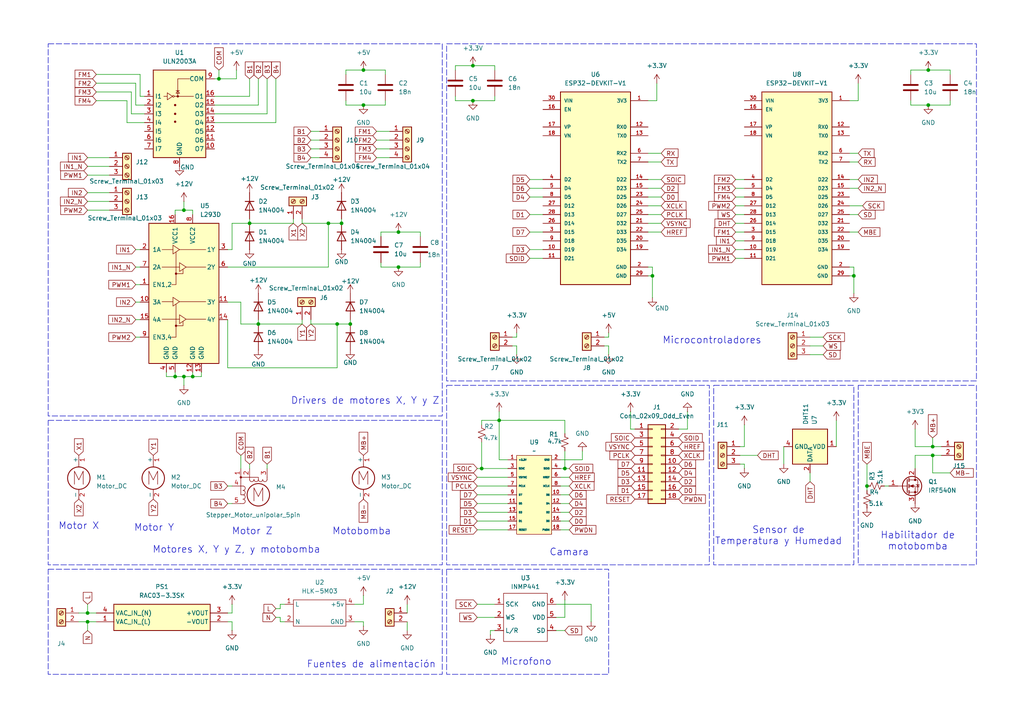
<source format=kicad_sch>
(kicad_sch (version 20250114) (generator "eeschema") (generator_version "9.0")
  (paper "A4")
  (title_block (title "Proyecto de DIIN"))
  (text "Fuentes de alimentación" (at 107.696 192.786 0) (effects (font (size 2 2))))
  (text "Motor Y\n" (at 44.704 153.162 0) (effects (font (size 2 2))))
  (text "Motobomba" (at 104.902 154.178 0) (effects (font (size 2 2))))
  (text "Motor X" (at 22.86 152.654 0) (effects (font (size 2 2))))
  (text "Microfono" (at 152.654 192.024 0) (effects (font (size 2 2))))
  (text "Camara" (at 165.1 160.274 0) (effects (font (size 2 2))))
  (text "Drivers de motores X, Y y Z" (at 105.918 116.332 0) (effects (font (size 2 2))))
  (text "Motores X, Y y Z, y motobomba" (at 68.58 159.512 0) (effects (font (size 2 2))))
  (text "Habilitador de\nmotobomba" (at 266.192 156.972 0) (effects (font (size 2 2))))
  (text "Microcontroladores" (at 206.502 98.806 0) (effects (font (size 2 2))))
  (text "Sensor de\nTemperatura y Humedad" (at 225.806 155.448 0) (effects (font (size 2 2))))
  (text "Motor Z" (at 73.152 154.178 0) (effects (font (size 2 2))))
  (text_box "" (at 207.01 111.76 0) (size 40.64 52.07) (margins 0.9525 0.9525 0.9525 0.9525) (stroke (width 0) (type dash)) (effects (font (size 1.27 1.27)) (justify left top)))
  (text_box "" (at 13.97 121.92 0) (size 114.3 41.91) (margins 0.9525 0.9525 0.9525 0.9525) (stroke (width 0) (type dash)) (effects (font (size 1.27 1.27)) (justify left top)))
  (text_box "" (at 129.54 12.7 0) (size 153.67 97.79) (margins 0.9525 0.9525 0.9525 0.9525) (stroke (width 0) (type dash)) (effects (font (size 1.27 1.27)) (justify left top)))
  (text_box "" (at 248.92 111.76 0) (size 34.29 52.07) (margins 0.9525 0.9525 0.9525 0.9525) (stroke (width 0) (type dash)) (effects (font (size 1.27 1.27)) (justify left top)))
  (text_box "" (at 13.97 165.1 0) (size 114.3 30.48) (margins 0.9525 0.9525 0.9525 0.9525) (stroke (width 0) (type dash)) (effects (font (size 1.27 1.27)) (justify left top)))
  (text_box "" (at 129.54 165.1 0) (size 46.99 30.48) (margins 0.9525 0.9525 0.9525 0.9525) (stroke (width 0) (type dash)) (effects (font (size 1.27 1.27)) (justify left top)))
  (text_box "" (at 129.54 111.76 0) (size 76.2 52.07) (margins 0.9525 0.9525 0.9525 0.9525) (stroke (width 0) (type dash)) (effects (font (size 1.27 1.27)) (justify left top)))
  (text_box "" (at 13.97 12.7 0) (size 114.3 107.95) (margins 0.9525 0.9525 0.9525 0.9525) (stroke (width 0) (type dash)) (effects (font (size 1.27 1.27)) (justify left top)))
  (junction (at 105.41 30.48))
  (junction (at 137.16 29.21))
  (junction (at 25.4 177.8))
  (junction (at 269.24 20.32))
  (junction (at 97.79 93.98))
  (junction (at 115.57 77.47))
  (junction (at 72.39 64.77))
  (junction (at 247.65 80.01))
  (junction (at 101.6 93.98))
  (junction (at 163.83 135.89))
  (junction (at 50.8 109.22))
  (junction (at 55.88 109.22))
  (junction (at 269.24 30.48))
  (junction (at 115.57 67.31))
  (junction (at 189.23 80.01))
  (junction (at 105.41 20.32))
  (junction (at 137.16 19.05))
  (junction (at 139.7 135.89))
  (junction (at 144.78 121.92))
  (junction (at 25.4 180.34))
  (junction (at 53.34 60.96))
  (junction (at 74.93 93.98))
  (junction (at 95.25 64.77))
  (junction (at 99.06 64.77))
  (junction (at 251.46 140.97))
  (junction (at 53.34 109.22))
  (junction (at 270.51 129.54))
  (junction (at 63.5 22.86))
  (junction (at 270.51 132.08))
  (wire (pts (xy 215.9 123.19) (xy 215.9 129.54)))
  (wire (pts (xy 100.33 29.21) (xy 100.33 30.48)))
  (wire (pts (xy 162.56 143.51) (xy 165.1 143.51)))
  (wire (pts (xy 275.59 29.21) (xy 275.59 30.48)))
  (wire (pts (xy 147.32 133.35) (xy 144.78 133.35)))
  (wire (pts (xy 171.45 175.26) (xy 171.45 180.34)))
  (wire (pts (xy 270.51 137.16) (xy 270.51 132.08)))
  (wire (pts (xy 264.16 20.32) (xy 264.16 21.59)))
  (wire (pts (xy 199.39 124.46) (xy 196.85 124.46)))
  (wire (pts (xy 187.96 46.99) (xy 191.77 46.99)))
  (wire (pts (xy 234.95 137.16) (xy 234.95 139.7)))
  (wire (pts (xy 176.53 97.79) (xy 176.53 96.52)))
  (wire (pts (xy 163.83 130.81) (xy 163.83 135.89)))
  (wire (pts (xy 25.4 45.72) (xy 31.75 45.72)))
  (wire (pts (xy 110.49 67.31) (xy 110.49 68.58)))
  (wire (pts (xy 175.26 100.33) (xy 176.53 100.33)))
  (wire (pts (xy 248.92 24.13) (xy 248.92 29.21)))
  (wire (pts (xy 275.59 30.48) (xy 269.24 30.48)))
  (wire (pts (xy 53.34 109.22) (xy 55.88 109.22)))
  (wire (pts (xy 138.43 138.43) (xy 147.32 138.43)))
  (wire (pts (xy 72.39 134.62) (xy 72.39 135.89)))
  (wire (pts (xy 25.4 58.42) (xy 31.75 58.42)))
  (wire (pts (xy 138.43 140.97) (xy 147.32 140.97)))
  (wire (pts (xy 97.79 106.68) (xy 97.79 93.98)))
  (wire (pts (xy 80.01 179.07) (xy 81.28 179.07)))
  (wire (pts (xy 77.47 33.02) (xy 62.23 33.02)))
  (wire (pts (xy 184.15 124.46) (xy 182.88 124.46)))
  (wire (pts (xy 246.38 44.45) (xy 248.92 44.45)))
  (wire (pts (xy 41.91 33.02) (xy 38.1 33.02)))
  (wire (pts (xy 39.37 87.63) (xy 40.64 87.63)))
  (wire (pts (xy 215.9 62.23) (xy 213.36 62.23)))
  (wire (pts (xy 77.47 22.86) (xy 77.47 33.02)))
  (wire (pts (xy 132.08 19.05) (xy 137.16 19.05)))
  (wire (pts (xy 215.9 134.62) (xy 215.9 135.89)))
  (wire (pts (xy 39.37 97.79) (xy 40.64 97.79)))
  (wire (pts (xy 66.04 87.63) (xy 69.85 87.63)))
  (wire (pts (xy 109.22 45.72) (xy 113.03 45.72)))
  (wire (pts (xy 153.67 57.15) (xy 157.48 57.15)))
  (wire (pts (xy 187.96 67.31) (xy 191.77 67.31)))
  (wire (pts (xy 247.65 77.47) (xy 247.65 80.01)))
  (wire (pts (xy 213.36 54.61) (xy 215.9 54.61)))
  (wire (pts (xy 36.83 29.21) (xy 27.94 29.21)))
  (wire (pts (xy 213.36 67.31) (xy 215.9 67.31)))
  (wire (pts (xy 275.59 137.16) (xy 270.51 137.16)))
  (wire (pts (xy 22.86 177.8) (xy 25.4 177.8)))
  (wire (pts (xy 67.31 72.39) (xy 67.31 64.77)))
  (wire (pts (xy 175.26 97.79) (xy 176.53 97.79)))
  (wire (pts (xy 38.1 33.02) (xy 38.1 26.67)))
  (wire (pts (xy 109.22 40.64) (xy 113.03 40.64)))
  (wire (pts (xy 162.56 135.89) (xy 163.83 135.89)))
  (wire (pts (xy 187.96 44.45) (xy 191.77 44.45)))
  (wire (pts (xy 187.96 80.01) (xy 189.23 80.01)))
  (wire (pts (xy 149.86 97.79) (xy 149.86 96.52)))
  (wire (pts (xy 270.51 127) (xy 270.51 129.54)))
  (wire (pts (xy 40.64 21.59) (xy 40.64 27.94)))
  (wire (pts (xy 143.51 27.94) (xy 143.51 29.21)))
  (wire (pts (xy 72.39 64.77) (xy 85.09 64.77)))
  (wire (pts (xy 105.41 20.32) (xy 100.33 20.32)))
  (wire (pts (xy 25.4 50.8) (xy 31.75 50.8)))
  (wire (pts (xy 90.17 38.1) (xy 92.71 38.1)))
  (wire (pts (xy 95.25 77.47) (xy 95.25 64.77)))
  (wire (pts (xy 25.4 55.88) (xy 31.75 55.88)))
  (wire (pts (xy 118.11 175.26) (xy 118.11 177.8)))
  (wire (pts (xy 90.17 92.71) (xy 90.17 93.98)))
  (wire (pts (xy 72.39 63.5) (xy 72.39 64.77)))
  (wire (pts (xy 132.08 19.05) (xy 132.08 20.32)))
  (wire (pts (xy 100.33 30.48) (xy 105.41 30.48)))
  (wire (pts (xy 66.04 106.68) (xy 97.79 106.68)))
  (wire (pts (xy 90.17 45.72) (xy 92.71 45.72)))
  (wire (pts (xy 39.37 92.71) (xy 40.64 92.71)))
  (wire (pts (xy 138.43 175.26) (xy 143.51 175.26)))
  (wire (pts (xy 87.63 63.5) (xy 87.63 64.77)))
  (wire (pts (xy 247.65 80.01) (xy 247.65 85.09)))
  (wire (pts (xy 187.96 77.47) (xy 189.23 77.47)))
  (wire (pts (xy 163.83 121.92) (xy 144.78 121.92)))
  (wire (pts (xy 100.33 20.32) (xy 100.33 21.59)))
  (wire (pts (xy 111.76 30.48) (xy 105.41 30.48)))
  (wire (pts (xy 187.96 64.77) (xy 191.77 64.77)))
  (wire (pts (xy 144.78 121.92) (xy 139.7 121.92)))
  (wire (pts (xy 55.88 62.23) (xy 55.88 60.96)))
  (wire (pts (xy 121.92 77.47) (xy 115.57 77.47)))
  (wire (pts (xy 68.58 22.86) (xy 63.5 22.86)))
  (wire (pts (xy 246.38 29.21) (xy 248.92 29.21)))
  (wire (pts (xy 187.96 57.15) (xy 191.77 57.15)))
  (wire (pts (xy 162.56 151.13) (xy 165.1 151.13)))
  (wire (pts (xy 265.43 132.08) (xy 270.51 132.08)))
  (wire (pts (xy 161.29 175.26) (xy 171.45 175.26)))
  (wire (pts (xy 39.37 24.13) (xy 27.94 24.13)))
  (wire (pts (xy 251.46 140.97) (xy 251.46 142.24)))
  (wire (pts (xy 74.93 92.71) (xy 74.93 93.98)))
  (wire (pts (xy 190.5 24.13) (xy 190.5 29.21)))
  (wire (pts (xy 187.96 59.69) (xy 191.77 59.69)))
  (wire (pts (xy 162.56 148.59) (xy 165.1 148.59)))
  (wire (pts (xy 162.56 133.35) (xy 168.91 133.35)))
  (wire (pts (xy 81.28 176.53) (xy 81.28 175.26)))
  (wire (pts (xy 69.85 132.08) (xy 69.85 135.89)))
  (wire (pts (xy 265.43 124.46) (xy 265.43 129.54)))
  (wire (pts (xy 264.16 30.48) (xy 269.24 30.48)))
  (wire (pts (xy 138.43 135.89) (xy 139.7 135.89)))
  (wire (pts (xy 153.67 72.39) (xy 157.48 72.39)))
  (wire (pts (xy 162.56 138.43) (xy 165.1 138.43)))
  (wire (pts (xy 149.86 100.33) (xy 149.86 102.87)))
  (wire (pts (xy 38.1 26.67) (xy 27.94 26.67)))
  (wire (pts (xy 215.9 72.39) (xy 213.36 72.39)))
  (wire (pts (xy 80.01 35.56) (xy 62.23 35.56)))
  (wire (pts (xy 121.92 68.58) (xy 121.92 67.31)))
  (wire (pts (xy 69.85 87.63) (xy 69.85 93.98)))
  (wire (pts (xy 27.94 21.59) (xy 40.64 21.59)))
  (wire (pts (xy 115.57 67.31) (xy 110.49 67.31)))
  (wire (pts (xy 132.08 27.94) (xy 132.08 29.21)))
  (wire (pts (xy 63.5 22.86) (xy 62.23 22.86)))
  (wire (pts (xy 246.38 80.01) (xy 247.65 80.01)))
  (wire (pts (xy 68.58 20.32) (xy 68.58 22.86)))
  (wire (pts (xy 148.59 100.33) (xy 149.86 100.33)))
  (wire (pts (xy 138.43 146.05) (xy 147.32 146.05)))
  (wire (pts (xy 95.25 64.77) (xy 99.06 64.77)))
  (wire (pts (xy 214.63 132.08) (xy 219.71 132.08)))
  (wire (pts (xy 105.41 181.61) (xy 105.41 180.34)))
  (wire (pts (xy 234.95 102.87) (xy 238.76 102.87)))
  (wire (pts (xy 163.83 121.92) (xy 163.83 125.73)))
  (wire (pts (xy 90.17 43.18) (xy 92.71 43.18)))
  (wire (pts (xy 161.29 179.07) (xy 163.83 179.07)))
  (wire (pts (xy 246.38 52.07) (xy 248.92 52.07)))
  (wire (pts (xy 153.67 54.61) (xy 157.48 54.61)))
  (wire (pts (xy 190.5 29.21) (xy 187.96 29.21)))
  (wire (pts (xy 273.05 129.54) (xy 270.51 129.54)))
  (wire (pts (xy 246.38 62.23) (xy 248.92 62.23)))
  (wire (pts (xy 187.96 62.23) (xy 191.77 62.23)))
  (wire (pts (xy 162.56 140.97) (xy 165.1 140.97)))
  (wire (pts (xy 81.28 179.07) (xy 81.28 180.34)))
  (wire (pts (xy 66.04 77.47) (xy 95.25 77.47)))
  (wire (pts (xy 242.57 121.92) (xy 242.57 129.54)))
  (wire (pts (xy 168.91 133.35) (xy 168.91 130.81)))
  (wire (pts (xy 137.16 19.05) (xy 143.51 19.05)))
  (wire (pts (xy 132.08 29.21) (xy 137.16 29.21)))
  (wire (pts (xy 213.36 52.07) (xy 215.9 52.07)))
  (wire (pts (xy 138.43 151.13) (xy 147.32 151.13)))
  (wire (pts (xy 22.86 180.34) (xy 25.4 180.34)))
  (wire (pts (xy 264.16 29.21) (xy 264.16 30.48)))
  (wire (pts (xy 74.93 30.48) (xy 62.23 30.48)))
  (wire (pts (xy 138.43 143.51) (xy 147.32 143.51)))
  (wire (pts (xy 105.41 180.34) (xy 102.87 180.34)))
  (wire (pts (xy 53.34 60.96) (xy 50.8 60.96)))
  (wire (pts (xy 53.34 109.22) (xy 53.34 111.76)))
  (wire (pts (xy 163.83 179.07) (xy 163.83 173.99)))
  (wire (pts (xy 139.7 128.27) (xy 139.7 135.89)))
  (wire (pts (xy 227.33 134.62) (xy 227.33 129.54)))
  (wire (pts (xy 189.23 80.01) (xy 189.23 86.36)))
  (wire (pts (xy 25.4 60.96) (xy 31.75 60.96)))
  (wire (pts (xy 36.83 35.56) (xy 36.83 29.21)))
  (wire (pts (xy 256.54 140.97) (xy 257.81 140.97)))
  (wire (pts (xy 50.8 60.96) (xy 50.8 62.23)))
  (wire (pts (xy 55.88 60.96) (xy 53.34 60.96)))
  (wire (pts (xy 191.77 52.07) (xy 187.96 52.07)))
  (wire (pts (xy 39.37 77.47) (xy 40.64 77.47)))
  (wire (pts (xy 90.17 40.64) (xy 92.71 40.64)))
  (wire (pts (xy 85.09 63.5) (xy 85.09 64.77)))
  (wire (pts (xy 246.38 54.61) (xy 248.92 54.61)))
  (wire (pts (xy 67.31 180.34) (xy 67.31 182.88)))
  (wire (pts (xy 77.47 134.62) (xy 77.47 135.89)))
  (wire (pts (xy 215.9 64.77) (xy 213.36 64.77)))
  (wire (pts (xy 105.41 175.26) (xy 105.41 172.72)))
  (wire (pts (xy 246.38 46.99) (xy 248.92 46.99)))
  (wire (pts (xy 270.51 129.54) (xy 265.43 129.54)))
  (wire (pts (xy 234.95 100.33) (xy 238.76 100.33)))
  (wire (pts (xy 58.42 109.22) (xy 58.42 107.95)))
  (wire (pts (xy 143.51 29.21) (xy 137.16 29.21)))
  (wire (pts (xy 41.91 35.56) (xy 36.83 35.56)))
  (wire (pts (xy 81.28 175.26) (xy 82.55 175.26)))
  (wire (pts (xy 55.88 107.95) (xy 55.88 109.22)))
  (wire (pts (xy 269.24 20.32) (xy 275.59 20.32)))
  (wire (pts (xy 215.9 69.85) (xy 213.36 69.85)))
  (wire (pts (xy 246.38 67.31) (xy 248.92 67.31)))
  (wire (pts (xy 25.4 175.26) (xy 25.4 177.8)))
  (wire (pts (xy 87.63 92.71) (xy 87.63 93.98)))
  (wire (pts (xy 39.37 82.55) (xy 40.64 82.55)))
  (wire (pts (xy 55.88 109.22) (xy 58.42 109.22)))
  (wire (pts (xy 162.56 153.67) (xy 165.1 153.67)))
  (wire (pts (xy 144.78 119.38) (xy 144.78 121.92)))
  (wire (pts (xy 39.37 72.39) (xy 40.64 72.39)))
  (wire (pts (xy 39.37 30.48) (xy 39.37 24.13)))
  (wire (pts (xy 157.48 62.23) (xy 153.67 62.23)))
  (wire (pts (xy 246.38 77.47) (xy 247.65 77.47)))
  (wire (pts (xy 109.22 43.18) (xy 113.03 43.18)))
  (wire (pts (xy 109.22 38.1) (xy 113.03 38.1)))
  (wire (pts (xy 143.51 182.88) (xy 142.24 182.88)))
  (wire (pts (xy 25.4 48.26) (xy 31.75 48.26)))
  (wire (pts (xy 66.04 92.71) (xy 66.04 106.68)))
  (wire (pts (xy 72.39 22.86) (xy 72.39 27.94)))
  (wire (pts (xy 48.26 109.22) (xy 50.8 109.22)))
  (wire (pts (xy 162.56 146.05) (xy 165.1 146.05)))
  (wire (pts (xy 182.88 119.38) (xy 182.88 124.46)))
  (wire (pts (xy 74.93 22.86) (xy 74.93 30.48)))
  (wire (pts (xy 66.04 140.97) (xy 67.31 140.97)))
  (wire (pts (xy 213.36 57.15) (xy 215.9 57.15)))
  (wire (pts (xy 111.76 29.21) (xy 111.76 30.48)))
  (wire (pts (xy 148.59 97.79) (xy 149.86 97.79)))
  (wire (pts (xy 163.83 135.89) (xy 165.1 135.89)))
  (wire (pts (xy 80.01 22.86) (xy 80.01 35.56)))
  (wire (pts (xy 53.34 58.42) (xy 53.34 60.96)))
  (wire (pts (xy 264.16 20.32) (xy 269.24 20.32)))
  (wire (pts (xy 110.49 77.47) (xy 115.57 77.47)))
  (wire (pts (xy 142.24 182.88) (xy 142.24 184.15)))
  (wire (pts (xy 105.41 20.32) (xy 111.76 20.32)))
  (wire (pts (xy 138.43 148.59) (xy 147.32 148.59)))
  (wire (pts (xy 275.59 21.59) (xy 275.59 20.32)))
  (wire (pts (xy 143.51 20.32) (xy 143.51 19.05)))
  (wire (pts (xy 25.4 180.34) (xy 27.94 180.34)))
  (wire (pts (xy 214.63 129.54) (xy 215.9 129.54)))
  (wire (pts (xy 50.8 109.22) (xy 53.34 109.22)))
  (wire (pts (xy 138.43 153.67) (xy 147.32 153.67)))
  (wire (pts (xy 69.85 93.98) (xy 74.93 93.98)))
  (wire (pts (xy 153.67 74.93) (xy 157.48 74.93)))
  (wire (pts (xy 139.7 135.89) (xy 147.32 135.89)))
  (wire (pts (xy 270.51 132.08) (xy 273.05 132.08)))
  (wire (pts (xy 144.78 121.92) (xy 144.78 133.35)))
  (wire (pts (xy 139.7 121.92) (xy 139.7 123.19)))
  (wire (pts (xy 250.19 59.69) (xy 246.38 59.69)))
  (wire (pts (xy 214.63 134.62) (xy 215.9 134.62)))
  (wire (pts (xy 215.9 74.93) (xy 213.36 74.93)))
  (wire (pts (xy 67.31 64.77) (xy 72.39 64.77)))
  (wire (pts (xy 90.17 93.98) (xy 97.79 93.98)))
  (wire (pts (xy 251.46 134.62) (xy 251.46 140.97)))
  (wire (pts (xy 72.39 27.94) (xy 62.23 27.94)))
  (wire (pts (xy 199.39 119.38) (xy 199.39 124.46)))
  (wire (pts (xy 102.87 175.26) (xy 105.41 175.26)))
  (wire (pts (xy 48.26 107.95) (xy 48.26 109.22)))
  (wire (pts (xy 138.43 179.07) (xy 143.51 179.07)))
  (wire (pts (xy 187.96 54.61) (xy 191.77 54.61)))
  (wire (pts (xy 110.49 76.2) (xy 110.49 77.47)))
  (wire (pts (xy 25.4 177.8) (xy 27.94 177.8)))
  (wire (pts (xy 66.04 177.8) (xy 67.31 177.8)))
  (wire (pts (xy 50.8 107.95) (xy 50.8 109.22)))
  (wire (pts (xy 25.4 180.34) (xy 25.4 182.88)))
  (wire (pts (xy 87.63 64.77) (xy 95.25 64.77)))
  (wire (pts (xy 153.67 67.31) (xy 157.48 67.31)))
  (wire (pts (xy 40.64 27.94) (xy 41.91 27.94)))
  (wire (pts (xy 41.91 30.48) (xy 39.37 30.48)))
  (wire (pts (xy 265.43 135.89) (xy 265.43 132.08)))
  (wire (pts (xy 99.06 63.5) (xy 99.06 64.77)))
  (wire (pts (xy 67.31 177.8) (xy 67.31 175.26)))
  (wire (pts (xy 121.92 76.2) (xy 121.92 77.47)))
  (wire (pts (xy 66.04 72.39) (xy 67.31 72.39)))
  (wire (pts (xy 81.28 180.34) (xy 82.55 180.34)))
  (wire (pts (xy 97.79 93.98) (xy 101.6 93.98)))
  (wire (pts (xy 153.67 52.07) (xy 157.48 52.07)))
  (wire (pts (xy 161.29 182.88) (xy 163.83 182.88)))
  (wire (pts (xy 63.5 20.32) (xy 63.5 22.86)))
  (wire (pts (xy 80.01 176.53) (xy 81.28 176.53)))
  (wire (pts (xy 101.6 92.71) (xy 101.6 93.98)))
  (wire (pts (xy 176.53 100.33) (xy 176.53 102.87)))
  (wire (pts (xy 189.23 77.47) (xy 189.23 80.01)))
  (wire (pts (xy 234.95 97.79) (xy 238.76 97.79)))
  (wire (pts (xy 115.57 67.31) (xy 121.92 67.31)))
  (wire (pts (xy 74.93 93.98) (xy 87.63 93.98)))
  (wire (pts (xy 215.9 59.69) (xy 213.36 59.69)))
  (wire (pts (xy 66.04 146.05) (xy 67.31 146.05)))
  (wire (pts (xy 66.04 180.34) (xy 67.31 180.34)))
  (wire (pts (xy 111.76 21.59) (xy 111.76 20.32)))
  (wire (pts (xy 118.11 180.34) (xy 118.11 182.88)))
  (global_label "D2" (shape input) (at 165.1 148.59 0) (property "Intersheetrefs" "${INTERSHEET_REFS}" (effects (hide yes))))
  (global_label "B2" (shape input) (at 72.39 134.62 90) (property "Intersheetrefs" "${INTERSHEET_REFS}" (effects (hide yes))))
  (global_label "SD" (shape input) (at 248.92 62.23 0) (property "Intersheetrefs" "${INTERSHEET_REFS}" (effects (hide yes))))
  (global_label "MB-" (shape input) (at 105.41 144.78 270) (property "Intersheetrefs" "${INTERSHEET_REFS}" (effects (hide yes))))
  (global_label "PWM2" (shape input) (at 25.4 60.96 180) (property "Intersheetrefs" "${INTERSHEET_REFS}" (effects (hide yes))))
  (global_label "MBE" (shape input) (at 248.92 67.31 0) (property "Intersheetrefs" "${INTERSHEET_REFS}" (effects (hide yes))))
  (global_label "X1" (shape input) (at 22.86 132.08 90) (property "Intersheetrefs" "${INTERSHEET_REFS}" (effects (hide yes))))
  (global_label "L" (shape input) (at 25.4 175.26 90) (property "Intersheetrefs" "${INTERSHEET_REFS}" (effects (hide yes))))
  (global_label "SOIC" (shape input) (at 191.77 52.07 0) (property "Intersheetrefs" "${INTERSHEET_REFS}" (effects (hide yes))))
  (global_label "D5" (shape input) (at 184.15 137.16 180) (property "Intersheetrefs" "${INTERSHEET_REFS}" (effects (hide yes))))
  (global_label "B4" (shape input) (at 66.04 146.05 180) (property "Intersheetrefs" "${INTERSHEET_REFS}" (effects (hide yes))))
  (global_label "D7" (shape input) (at 184.15 134.62 180) (property "Intersheetrefs" "${INTERSHEET_REFS}" (effects (hide yes))))
  (global_label "D6" (shape input) (at 196.85 134.62 0) (property "Intersheetrefs" "${INTERSHEET_REFS}" (effects (hide yes))))
  (global_label "RX" (shape input) (at 191.77 44.45 0) (property "Intersheetrefs" "${INTERSHEET_REFS}" (effects (hide yes))))
  (global_label "D0" (shape input) (at 191.77 57.15 0) (property "Intersheetrefs" "${INTERSHEET_REFS}" (effects (hide yes))))
  (global_label "D2" (shape input) (at 191.77 54.61 0) (property "Intersheetrefs" "${INTERSHEET_REFS}" (effects (hide yes))))
  (global_label "D3" (shape input) (at 184.15 139.7 180) (property "Intersheetrefs" "${INTERSHEET_REFS}" (effects (hide yes))))
  (global_label "D2" (shape input) (at 196.85 139.7 0) (property "Intersheetrefs" "${INTERSHEET_REFS}" (effects (hide yes))))
  (global_label "N" (shape input) (at 25.4 182.88 270) (property "Intersheetrefs" "${INTERSHEET_REFS}" (effects (hide yes))))
  (global_label "D4" (shape input) (at 165.1 146.05 0) (property "Intersheetrefs" "${INTERSHEET_REFS}" (effects (hide yes))))
  (global_label "B2" (shape input) (at 90.17 40.64 180) (property "Intersheetrefs" "${INTERSHEET_REFS}" (effects (hide yes))))
  (global_label "IN1" (shape input) (at 39.37 72.39 180) (property "Intersheetrefs" "${INTERSHEET_REFS}" (effects (hide yes))))
  (global_label "VSYNC" (shape input) (at 138.43 138.43 180) (property "Intersheetrefs" "${INTERSHEET_REFS}" (effects (hide yes))))
  (global_label "D0" (shape input) (at 165.1 151.13 0) (property "Intersheetrefs" "${INTERSHEET_REFS}" (effects (hide yes))))
  (global_label "FM2" (shape input) (at 213.36 52.07 180) (property "Intersheetrefs" "${INTERSHEET_REFS}" (effects (hide yes))))
  (global_label "MB+" (shape input) (at 270.51 127 90) (property "Intersheetrefs" "${INTERSHEET_REFS}" (effects (hide yes))))
  (global_label "D5" (shape input) (at 138.43 146.05 180) (property "Intersheetrefs" "${INTERSHEET_REFS}" (effects (hide yes))))
  (global_label "IN1" (shape input) (at 25.4 45.72 180) (property "Intersheetrefs" "${INTERSHEET_REFS}" (effects (hide yes))))
  (global_label "PCLK" (shape input) (at 138.43 140.97 180) (property "Intersheetrefs" "${INTERSHEET_REFS}" (effects (hide yes))))
  (global_label "SD" (shape input) (at 163.83 182.88 0) (property "Intersheetrefs" "${INTERSHEET_REFS}" (effects (hide yes))))
  (global_label "D6" (shape input) (at 165.1 143.51 0) (property "Intersheetrefs" "${INTERSHEET_REFS}" (effects (hide yes))))
  (global_label "D1" (shape input) (at 184.15 142.24 180) (property "Intersheetrefs" "${INTERSHEET_REFS}" (effects (hide yes))))
  (global_label "IN1_N" (shape input) (at 39.37 77.47 180) (property "Intersheetrefs" "${INTERSHEET_REFS}" (effects (hide yes))))
  (global_label "X1" (shape input) (at 85.09 64.77 270) (property "Intersheetrefs" "${INTERSHEET_REFS}" (effects (hide yes))))
  (global_label "COM" (shape input) (at 69.85 132.08 90) (property "Intersheetrefs" "${INTERSHEET_REFS}" (effects (hide yes))))
  (global_label "SOIC" (shape input) (at 184.15 127 180) (property "Intersheetrefs" "${INTERSHEET_REFS}" (effects (hide yes))))
  (global_label "B3" (shape input) (at 90.17 43.18 180) (property "Intersheetrefs" "${INTERSHEET_REFS}" (effects (hide yes))))
  (global_label "FM2" (shape input) (at 27.94 24.13 180) (property "Intersheetrefs" "${INTERSHEET_REFS}" (effects (hide yes))))
  (global_label "D3" (shape input) (at 153.67 72.39 180) (property "Intersheetrefs" "${INTERSHEET_REFS}" (effects (hide yes))))
  (global_label "WS" (shape input) (at 138.43 179.07 180) (property "Intersheetrefs" "${INTERSHEET_REFS}" (effects (hide yes))))
  (global_label "SOIC" (shape input) (at 138.43 135.89 180) (property "Intersheetrefs" "${INTERSHEET_REFS}" (effects (hide yes))))
  (global_label "B4" (shape input) (at 80.01 22.86 90) (property "Intersheetrefs" "${INTERSHEET_REFS}" (effects (hide yes))))
  (global_label "IN2" (shape input) (at 25.4 55.88 180) (property "Intersheetrefs" "${INTERSHEET_REFS}" (effects (hide yes))))
  (global_label "RX" (shape input) (at 248.92 46.99 0) (property "Intersheetrefs" "${INTERSHEET_REFS}" (effects (hide yes))))
  (global_label "SOID" (shape input) (at 196.85 127 0) (property "Intersheetrefs" "${INTERSHEET_REFS}" (effects (hide yes))))
  (global_label "D1" (shape input) (at 153.67 62.23 180) (property "Intersheetrefs" "${INTERSHEET_REFS}" (effects (hide yes))))
  (global_label "MB-" (shape input) (at 275.59 137.16 0) (property "Intersheetrefs" "${INTERSHEET_REFS}" (effects (hide yes))))
  (global_label "PWM1" (shape input) (at 39.37 82.55 180) (property "Intersheetrefs" "${INTERSHEET_REFS}" (effects (hide yes))))
  (global_label "IN1_N" (shape input) (at 25.4 48.26 180) (property "Intersheetrefs" "${INTERSHEET_REFS}" (effects (hide yes))))
  (global_label "B1" (shape input) (at 77.47 134.62 90) (property "Intersheetrefs" "${INTERSHEET_REFS}" (effects (hide yes))))
  (global_label "COM" (shape input) (at 63.5 20.32 90) (property "Intersheetrefs" "${INTERSHEET_REFS}" (effects (hide yes))))
  (global_label "Y2" (shape input) (at 44.45 144.78 270) (property "Intersheetrefs" "${INTERSHEET_REFS}" (effects (hide yes))))
  (global_label "HREF" (shape input) (at 165.1 138.43 0) (property "Intersheetrefs" "${INTERSHEET_REFS}" (effects (hide yes))))
  (global_label "D3" (shape input) (at 138.43 148.59 180) (property "Intersheetrefs" "${INTERSHEET_REFS}" (effects (hide yes))))
  (global_label "VSYNC" (shape input) (at 184.15 129.54 180) (property "Intersheetrefs" "${INTERSHEET_REFS}" (effects (hide yes))))
  (global_label "SD" (shape input) (at 238.76 102.87 0) (property "Intersheetrefs" "${INTERSHEET_REFS}" (effects (hide yes))))
  (global_label "IN2_N" (shape input) (at 248.92 54.61 0) (property "Intersheetrefs" "${INTERSHEET_REFS}" (effects (hide yes))))
  (global_label "B1" (shape input) (at 90.17 38.1 180) (property "Intersheetrefs" "${INTERSHEET_REFS}" (effects (hide yes))))
  (global_label "FM1" (shape input) (at 109.22 38.1 180) (property "Intersheetrefs" "${INTERSHEET_REFS}" (effects (hide yes))))
  (global_label "MBE" (shape input) (at 251.46 134.62 90) (property "Intersheetrefs" "${INTERSHEET_REFS}" (effects (hide yes))))
  (global_label "B2" (shape input) (at 74.93 22.86 90) (property "Intersheetrefs" "${INTERSHEET_REFS}" (effects (hide yes))))
  (global_label "DHT" (shape input) (at 219.71 132.08 0) (property "Intersheetrefs" "${INTERSHEET_REFS}" (effects (hide yes))))
  (global_label "D4" (shape input) (at 196.85 137.16 0) (property "Intersheetrefs" "${INTERSHEET_REFS}" (effects (hide yes))))
  (global_label "X2" (shape input) (at 22.86 144.78 270) (property "Intersheetrefs" "${INTERSHEET_REFS}" (effects (hide yes))))
  (global_label "FM2" (shape input) (at 109.22 40.64 180) (property "Intersheetrefs" "${INTERSHEET_REFS}" (effects (hide yes))))
  (global_label "Y2" (shape input) (at 90.17 93.98 270) (property "Intersheetrefs" "${INTERSHEET_REFS}" (effects (hide yes))))
  (global_label "D4" (shape input) (at 153.67 57.15 180) (property "Intersheetrefs" "${INTERSHEET_REFS}" (effects (hide yes))))
  (global_label "RESET" (shape input) (at 138.43 153.67 180) (property "Intersheetrefs" "${INTERSHEET_REFS}" (effects (hide yes))))
  (global_label "SOID" (shape input) (at 153.67 74.93 180) (property "Intersheetrefs" "${INTERSHEET_REFS}" (effects (hide yes))))
  (global_label "FM3" (shape input) (at 27.94 26.67 180) (property "Intersheetrefs" "${INTERSHEET_REFS}" (effects (hide yes))))
  (global_label "VSYNC" (shape input) (at 191.77 64.77 0) (property "Intersheetrefs" "${INTERSHEET_REFS}" (effects (hide yes))))
  (global_label "IN2" (shape input) (at 248.92 52.07 0) (property "Intersheetrefs" "${INTERSHEET_REFS}" (effects (hide yes))))
  (global_label "HREF" (shape input) (at 196.85 129.54 0) (property "Intersheetrefs" "${INTERSHEET_REFS}" (effects (hide yes))))
  (global_label "X2" (shape input) (at 87.63 64.77 270) (property "Intersheetrefs" "${INTERSHEET_REFS}" (effects (hide yes))))
  (global_label "SCK" (shape input) (at 138.43 175.26 180) (property "Intersheetrefs" "${INTERSHEET_REFS}" (effects (hide yes))))
  (global_label "TX" (shape input) (at 191.77 46.99 0) (property "Intersheetrefs" "${INTERSHEET_REFS}" (effects (hide yes))))
  (global_label "FM1" (shape input) (at 213.36 67.31 180) (property "Intersheetrefs" "${INTERSHEET_REFS}" (effects (hide yes))))
  (global_label "B3" (shape input) (at 66.04 140.97 180) (property "Intersheetrefs" "${INTERSHEET_REFS}" (effects (hide yes))))
  (global_label "PCLK" (shape input) (at 191.77 62.23 0) (property "Intersheetrefs" "${INTERSHEET_REFS}" (effects (hide yes))))
  (global_label "IN1_N" (shape input) (at 213.36 72.39 180) (property "Intersheetrefs" "${INTERSHEET_REFS}" (effects (hide yes))))
  (global_label "HREF" (shape input) (at 191.77 67.31 0) (property "Intersheetrefs" "${INTERSHEET_REFS}" (effects (hide yes))))
  (global_label "SCK" (shape input) (at 250.19 59.69 0) (property "Intersheetrefs" "${INTERSHEET_REFS}" (effects (hide yes))))
  (global_label "N" (shape input) (at 80.01 179.07 180) (property "Intersheetrefs" "${INTERSHEET_REFS}" (effects (hide yes))))
  (global_label "DHT" (shape input) (at 213.36 64.77 180) (property "Intersheetrefs" "${INTERSHEET_REFS}" (effects (hide yes))))
  (global_label "XCLK" (shape input) (at 196.85 132.08 0) (property "Intersheetrefs" "${INTERSHEET_REFS}" (effects (hide yes))))
  (global_label "WS" (shape input) (at 213.36 62.23 180) (property "Intersheetrefs" "${INTERSHEET_REFS}" (effects (hide yes))))
  (global_label "D1" (shape input) (at 138.43 151.13 180) (property "Intersheetrefs" "${INTERSHEET_REFS}" (effects (hide yes))))
  (global_label "D7" (shape input) (at 153.67 67.31 180) (property "Intersheetrefs" "${INTERSHEET_REFS}" (effects (hide yes))))
  (global_label "Y1" (shape input) (at 44.45 132.08 90) (property "Intersheetrefs" "${INTERSHEET_REFS}" (effects (hide yes))))
  (global_label "IN2" (shape input) (at 39.37 87.63 180) (property "Intersheetrefs" "${INTERSHEET_REFS}" (effects (hide yes))))
  (global_label "IN2_N" (shape input) (at 25.4 58.42 180) (property "Intersheetrefs" "${INTERSHEET_REFS}" (effects (hide yes))))
  (global_label "D5" (shape input) (at 153.67 52.07 180) (property "Intersheetrefs" "${INTERSHEET_REFS}" (effects (hide yes))))
  (global_label "Y1" (shape input) (at 87.63 93.98 270) (property "Intersheetrefs" "${INTERSHEET_REFS}" (effects (hide yes))))
  (global_label "B3" (shape input) (at 77.47 22.86 90) (property "Intersheetrefs" "${INTERSHEET_REFS}" (effects (hide yes))))
  (global_label "TX" (shape input) (at 248.92 44.45 0) (property "Intersheetrefs" "${INTERSHEET_REFS}" (effects (hide yes))))
  (global_label "PCLK" (shape input) (at 184.15 132.08 180) (property "Intersheetrefs" "${INTERSHEET_REFS}" (effects (hide yes))))
  (global_label "FM1" (shape input) (at 27.94 21.59 180) (property "Intersheetrefs" "${INTERSHEET_REFS}" (effects (hide yes))))
  (global_label "XCLK" (shape input) (at 191.77 59.69 0) (property "Intersheetrefs" "${INTERSHEET_REFS}" (effects (hide yes))))
  (global_label "IN2_N" (shape input) (at 39.37 92.71 180) (property "Intersheetrefs" "${INTERSHEET_REFS}" (effects (hide yes))))
  (global_label "D0" (shape input) (at 196.85 142.24 0) (property "Intersheetrefs" "${INTERSHEET_REFS}" (effects (hide yes))))
  (global_label "FM4" (shape input) (at 109.22 45.72 180) (property "Intersheetrefs" "${INTERSHEET_REFS}" (effects (hide yes))))
  (global_label "IN1" (shape input) (at 213.36 69.85 180) (property "Intersheetrefs" "${INTERSHEET_REFS}" (effects (hide yes))))
  (global_label "MB+" (shape input) (at 105.41 132.08 90) (property "Intersheetrefs" "${INTERSHEET_REFS}" (effects (hide yes))))
  (global_label "PWM2" (shape input) (at 213.36 59.69 180) (property "Intersheetrefs" "${INTERSHEET_REFS}" (effects (hide yes))))
  (global_label "DHT" (shape input) (at 234.95 139.7 270) (property "Intersheetrefs" "${INTERSHEET_REFS}" (effects (hide yes))))
  (global_label "XCLK" (shape input) (at 165.1 140.97 0) (property "Intersheetrefs" "${INTERSHEET_REFS}" (effects (hide yes))))
  (global_label "PWDN" (shape input) (at 196.85 144.78 0) (property "Intersheetrefs" "${INTERSHEET_REFS}" (effects (hide yes))))
  (global_label "L" (shape input) (at 80.01 176.53 180) (property "Intersheetrefs" "${INTERSHEET_REFS}" (effects (hide yes))))
  (global_label "B4" (shape input) (at 90.17 45.72 180) (property "Intersheetrefs" "${INTERSHEET_REFS}" (effects (hide yes))))
  (global_label "PWM1" (shape input) (at 25.4 50.8 180) (property "Intersheetrefs" "${INTERSHEET_REFS}" (effects (hide yes))))
  (global_label "FM3" (shape input) (at 213.36 54.61 180) (property "Intersheetrefs" "${INTERSHEET_REFS}" (effects (hide yes))))
  (global_label "FM4" (shape input) (at 213.36 57.15 180) (property "Intersheetrefs" "${INTERSHEET_REFS}" (effects (hide yes))))
  (global_label "SOID" (shape input) (at 165.1 135.89 0) (property "Intersheetrefs" "${INTERSHEET_REFS}" (effects (hide yes))))
  (global_label "D6" (shape input) (at 153.67 54.61 180) (property "Intersheetrefs" "${INTERSHEET_REFS}" (effects (hide yes))))
  (global_label "PWM1" (shape input) (at 213.36 74.93 180) (property "Intersheetrefs" "${INTERSHEET_REFS}" (effects (hide yes))))
  (global_label "FM3" (shape input) (at 109.22 43.18 180) (property "Intersheetrefs" "${INTERSHEET_REFS}" (effects (hide yes))))
  (global_label "WS" (shape input) (at 238.76 100.33 0) (property "Intersheetrefs" "${INTERSHEET_REFS}" (effects (hide yes))))
  (global_label "RESET" (shape input) (at 184.15 144.78 180) (property "Intersheetrefs" "${INTERSHEET_REFS}" (effects (hide yes))))
  (global_label "D7" (shape input) (at 138.43 143.51 180) (property "Intersheetrefs" "${INTERSHEET_REFS}" (effects (hide yes))))
  (global_label "SCK" (shape input) (at 238.76 97.79 0) (property "Intersheetrefs" "${INTERSHEET_REFS}" (effects (hide yes))))
  (global_label "PWDN" (shape input) (at 165.1 153.67 0) (property "Intersheetrefs" "${INTERSHEET_REFS}" (effects (hide yes))))
  (global_label "B1" (shape input) (at 72.39 22.86 90) (property "Intersheetrefs" "${INTERSHEET_REFS}" (effects (hide yes))))
  (global_label "FM4" (shape input) (at 27.94 29.21 180) (property "Intersheetrefs" "${INTERSHEET_REFS}" (effects (hide yes))))
  (global_label "PWM2" (shape input) (at 39.37 97.79 180) (property "Intersheetrefs" "${INTERSHEET_REFS}" (effects (hide yes))))
  (symbol (lib_id "power:+3.3V") (at 137.16 19.05 0) (unit 1)
    (property "Reference" "#PWR032" (effects (hide yes)))
    (property "Value" "+3.3V" (at 137.16 13.97 0))
    (property "Description" "Power symbol creates a global label with name \"+3.3V\"" (effects (hide yes)))
  )
  (symbol (lib_id "Connector:Screw_Terminal_01x03") (at 36.83 58.42 0) (unit 1)
    (property "Reference" "J13" (at 39.37 57.1499 0) (effects (justify left)))
    (property "Value" "Screw_Terminal_01x03" (at 25.4 63.246 0) (effects (justify left)))
    (property "Footprint" "TerminalBlock_Phoenix:TerminalBlock_Phoenix_MKDS-1,5-3_1x03_P5.00mm_Horizontal" (effects (hide yes)))
    (property "Description" "Generic screw terminal, single row, 01x03, script generated (kicad-library-utils/schlib/autogen/connector/)" (effects (hide yes)))
  )
  (symbol (lib_id "power:+12V") (at 74.93 85.09 0) (unit 1)
    (property "Reference" "#PWR021" (effects (hide yes)))
    (property "Value" "+12V" (at 74.93 81.28 0))
    (property "Description" "Power symbol creates a global label with name \"+12V\"" (effects (hide yes)))
  )
  (symbol (lib_id "power:+3.3V") (at 215.9 123.19 0) (unit 1)
    (property "Reference" "#PWR043" (effects (hide yes)))
    (property "Value" "+3.3V" (at 215.9 118.11 0))
    (property "Description" "Power symbol creates a global label with name \"+3.3V\"" (effects (hide yes)))
  )
  (symbol (lib_id "Propia:HLK-5M03") (at 92.71 177.8 0) (unit 1)
    (property "Reference" "U2" (at 92.71 168.91 0))
    (property "Value" "HLK-5M03" (at 92.71 171.45 0))
    (property "Footprint" "Propia:HLK5M03" (effects (hide yes)))
  )
  (symbol (lib_id "power:GND") (at 115.57 77.47 0) (unit 1)
    (property "Reference" "#PWR045" (effects (hide yes)))
    (property "Value" "GND" (at 115.57 82.55 0))
    (property "Description" "Power symbol creates a global label with name \"GND\" , ground" (effects (hide yes)))
  )
  (symbol (lib_id "Connector_Generic:Conn_02x09_Odd_Even") (at 189.23 134.62 0) (unit 1)
    (property "Reference" "J1" (at 190.5 118.11 0))
    (property "Value" "Conn_02x09_Odd_Even" (at 190.5 120.65 0))
    (property "Footprint" "Connector_PinHeader_2.54mm:PinHeader_2x09_P2.54mm_Vertical" (effects (hide yes)))
    (property "Description" "Generic connector, double row, 02x09, odd/even pin numbering scheme (row 1 odd numbers, row 2 even numbers), script generated (kicad-library-utils/schlib/autogen/connector/)" (effects (hide yes)))
  )
  (symbol (lib_id "Device:R_Small_US") (at 251.46 144.78 0) (unit 1)
    (property "Reference" "R4" (at 252.222 142.748 0) (effects (justify left)))
    (property "Value" "5.1k" (at 251.968 146.05 0) (effects (justify left)))
    (property "Footprint" "Resistor_THT:R_Axial_DIN0207_L6.3mm_D2.5mm_P10.16mm_Horizontal" (effects (hide yes)))
    (property "Description" "Resistor, small US symbol" (effects (hide yes)))
  )
  (symbol (lib_id "power:GND") (at 52.07 48.26 0) (unit 1)
    (property "Reference" "#PWR01" (effects (hide yes)))
    (property "Value" "GND" (at 54.356 48.514 0))
    (property "Description" "Power symbol creates a global label with name \"GND\" , ground" (effects (hide yes)))
  )
  (symbol (lib_id "power:+12V") (at 53.34 58.42 0) (unit 1)
    (property "Reference" "#PWR015" (effects (hide yes)))
    (property "Value" "+12V" (at 53.34 53.34 0))
    (property "Description" "Power symbol creates a global label with name \"+12V\"" (effects (hide yes)))
  )
  (symbol (lib_id "power:GND") (at 269.24 30.48 0) (unit 1)
    (property "Reference" "#PWR09" (effects (hide yes)))
    (property "Value" "GND" (at 269.24 35.56 0))
    (property "Description" "Power symbol creates a global label with name \"GND\" , ground" (effects (hide yes)))
  )
  (symbol (lib_id "Device:C") (at 111.76 25.4 0) (unit 1)
    (property "Reference" "C2" (at 115.57 24.1299 0) (effects (justify left)))
    (property "Value" "18n" (at 115.57 26.6699 0) (effects (justify left)))
    (property "Footprint" "Capacitor_THT:C_Disc_D6.0mm_W4.4mm_P5.00mm" (effects (hide yes)))
    (property "Description" "Unpolarized capacitor" (effects (hide yes)))
  )
  (symbol (lib_id "Diode:1N4004") (at 74.93 88.9 270) (unit 1)
    (property "Reference" "D5" (at 77.47 87.6299 90) (effects (justify left)))
    (property "Value" "1N4004" (at 77.47 90.1699 90) (effects (justify left)))
    (property "Footprint" "Diode_THT:D_DO-41_SOD81_P10.16mm_Horizontal" (effects (hide yes)))
    (property "Datasheet" "http://www.vishay.com/docs/88503/1n4001.pdf" (effects (hide yes)))
    (property "Description" "400V 1A General Purpose Rectifier Diode, DO-41" (effects (hide yes)))
    (property "Sim.Device" "D" (effects (hide yes)))
    (property "Sim.Pins" "1=K 2=A" (effects (hide yes)))
  )
  (symbol (lib_id "Connector:Screw_Terminal_01x02") (at 143.51 97.79 0) (mirror y) (unit 1)
    (property "Reference" "J7" (at 143.51 106.68 0))
    (property "Value" "Screw_Terminal_01x02" (at 143.51 104.14 0))
    (property "Footprint" "TerminalBlock_Phoenix:TerminalBlock_Phoenix_MKDS-1,5-2_1x02_P5.00mm_Horizontal" (effects (hide yes)))
    (property "Description" "Generic screw terminal, single row, 01x02, script generated (kicad-library-utils/schlib/autogen/connector/)" (effects (hide yes)))
  )
  (symbol (lib_id "power:+3.3V") (at 67.31 175.26 0) (unit 1)
    (property "Reference" "#PWR010" (effects (hide yes)))
    (property "Value" "+3.3V" (at 67.31 170.18 0))
    (property "Description" "Power symbol creates a global label with name \"+3.3V\"" (effects (hide yes)))
  )
  (symbol (lib_id "Motor:Motor_DC") (at 44.45 137.16 0) (unit 1)
    (property "Reference" "M2" (at 49.53 138.4299 0) (effects (justify left)))
    (property "Value" "Motor_DC" (at 49.53 140.9699 0) (effects (justify left)))
    (property "Description" "DC Motor" (effects (hide yes)))
  )
  (symbol (lib_id "Connector:Screw_Terminal_01x02") (at 17.78 177.8 0) (mirror y) (unit 1)
    (property "Reference" "J4" (at 17.78 186.69 0))
    (property "Value" "Screw_Terminal_01x02" (effects (hide yes)))
    (property "Footprint" "TerminalBlock_Phoenix:TerminalBlock_Phoenix_MKDS-1,5-2_1x02_P5.00mm_Horizontal" (effects (hide yes)))
    (property "Description" "Generic screw terminal, single row, 01x02, script generated (kicad-library-utils/schlib/autogen/connector/)" (effects (hide yes)))
  )
  (symbol (lib_id "Motor:Stepper_Motor_unipolar_5pin") (at 74.93 143.51 0) (unit 1)
    (property "Reference" "M4" (at 80.01 141.262 0) (effects (justify left)))
    (property "Value" "Stepper_Motor_unipolar_5pin" (at 59.69 149.352 0) (effects (justify left)))
    (property "Datasheet" "http://www.infineon.com/dgdl/Application-Note-TLE8110EE_driving_UniPolarStepperMotor_V1.1.pdf?fileId=db3a30431be39b97011be5d0aa0a00b0" (effects (hide yes)))
    (property "Description" "5-wire unipolar stepper motor" (effects (hide yes)))
  )
  (symbol (lib_id "power:GND") (at 199.39 119.38 180) (unit 1)
    (property "Reference" "#PWR041" (effects (hide yes)))
    (property "Value" "GND" (at 199.39 114.3 0))
    (property "Description" "Power symbol creates a global label with name \"GND\" , ground" (effects (hide yes)))
  )
  (symbol (lib_id "Device:R_Small_US") (at 254 140.97 90) (unit 1)
    (property "Reference" "R3" (at 252.984 139.446 0) (effects (justify left)))
    (property "Value" "5.1k" (at 255.27 140.462 0) (effects (justify left)))
    (property "Footprint" "Resistor_THT:R_Axial_DIN0207_L6.3mm_D2.5mm_P10.16mm_Horizontal" (effects (hide yes)))
    (property "Description" "Resistor, small US symbol" (effects (hide yes)))
  )
  (symbol (lib_id "Transistor_Array:ULN2003A") (at 52.07 33.02 0) (unit 1)
    (property "Reference" "U1" (at 52.07 15.24 0))
    (property "Value" "ULN2003A" (at 52.07 17.78 0))
    (property "Footprint" "Package_DIP:DIP-16_W7.62mm" (effects (hide yes)))
    (property "Datasheet" "http://www.ti.com/lit/ds/symlink/uln2003a.pdf" (effects (hide yes)))
    (property "Description" "High Voltage, High Current Darlington Transistor Arrays, SOIC16/SOIC16W/DIP16/TSSOP16" (effects (hide yes)))
  )
  (symbol (lib_id "power:+5V") (at 68.58 20.32 0) (unit 1)
    (property "Reference" "#PWR03" (effects (hide yes)))
    (property "Value" "+5V" (at 68.58 15.24 0))
    (property "Description" "Power symbol creates a global label with name \"+5V\"" (effects (hide yes)))
  )
  (symbol (lib_id "Device:R_Small_US") (at 139.7 125.73 0) (unit 1)
    (property "Reference" "R2" (at 140.462 123.698 0) (effects (justify left)))
    (property "Value" "4.7k" (at 140.208 127 0) (effects (justify left)))
    (property "Footprint" "Resistor_THT:R_Axial_DIN0207_L6.3mm_D2.5mm_P10.16mm_Horizontal" (effects (hide yes)))
    (property "Description" "Resistor, small US symbol" (effects (hide yes)))
  )
  (symbol (lib_id "Device:C") (at 132.08 24.13 0) (unit 1)
    (property "Reference" "C5" (at 135.89 22.8599 0) (effects (justify left)))
    (property "Value" "10u" (at 135.89 25.3999 0) (effects (justify left)))
    (property "Footprint" "Capacitor_THT:CP_Radial_D10.0mm_P7.50mm" (effects (hide yes)))
    (property "Description" "Unpolarized capacitor" (effects (hide yes)))
  )
  (symbol (lib_id "power:GND") (at 149.86 102.87 0) (unit 1)
    (property "Reference" "#PWR037" (effects (hide yes)))
    (property "Value" "GND" (at 149.86 107.95 0))
    (property "Description" "Power symbol creates a global label with name \"GND\" , ground" (effects (hide yes)))
  )
  (symbol (lib_id "power:GND") (at 227.33 134.62 0) (unit 1)
    (property "Reference" "#PWR031" (effects (hide yes)))
    (property "Value" "GND" (at 227.33 139.7 0))
    (property "Description" "Power symbol creates a global label with name \"GND\" , ground" (effects (hide yes)))
  )
  (symbol (lib_id "Diode:1N4004") (at 72.39 68.58 270) (unit 1)
    (property "Reference" "D1" (at 74.93 67.3099 90) (effects (justify left)))
    (property "Value" "1N4004" (at 74.93 69.8499 90) (effects (justify left)))
    (property "Footprint" "Diode_THT:D_DO-41_SOD81_P10.16mm_Horizontal" (effects (hide yes)))
    (property "Datasheet" "http://www.vishay.com/docs/88503/1n4001.pdf" (effects (hide yes)))
    (property "Description" "400V 1A General Purpose Rectifier Diode, DO-41" (effects (hide yes)))
    (property "Sim.Device" "D" (effects (hide yes)))
    (property "Sim.Pins" "1=K 2=A" (effects (hide yes)))
  )
  (symbol (lib_id "Device:R_Small_US") (at 163.83 128.27 0) (unit 1)
    (property "Reference" "R1" (at 159.258 125.984 0) (effects (justify left)))
    (property "Value" "4.7k" (at 158.75 128.016 0) (effects (justify left)))
    (property "Footprint" "Resistor_THT:R_Axial_DIN0207_L6.3mm_D2.5mm_P10.16mm_Horizontal" (effects (hide yes)))
    (property "Description" "Resistor, small US symbol" (effects (hide yes)))
  )
  (symbol (lib_id "power:GND") (at 247.65 85.09 0) (unit 1)
    (property "Reference" "#PWR07" (effects (hide yes)))
    (property "Value" "GND" (at 247.65 90.17 0))
    (property "Description" "Power symbol creates a global label with name \"GND\" , ground" (effects (hide yes)))
  )
  (symbol (lib_id "power:+12V") (at 72.39 55.88 0) (unit 1)
    (property "Reference" "#PWR017" (effects (hide yes)))
    (property "Value" "+12V" (at 72.39 51.816 0))
    (property "Description" "Power symbol creates a global label with name \"+12V\"" (effects (hide yes)))
  )
  (symbol (lib_id "Diode:1N4004") (at 99.06 59.69 270) (unit 1)
    (property "Reference" "D3" (at 101.6 58.4199 90) (effects (justify left)))
    (property "Value" "1N4004" (at 101.6 60.9599 90) (effects (justify left)))
    (property "Footprint" "Diode_THT:D_DO-41_SOD81_P10.16mm_Horizontal" (effects (hide yes)))
    (property "Datasheet" "http://www.vishay.com/docs/88503/1n4001.pdf" (effects (hide yes)))
    (property "Description" "400V 1A General Purpose Rectifier Diode, DO-41" (effects (hide yes)))
    (property "Sim.Device" "D" (effects (hide yes)))
    (property "Sim.Pins" "1=K 2=A" (effects (hide yes)))
  )
  (symbol (lib_id "power:GND") (at 72.39 72.39 0) (unit 1)
    (property "Reference" "#PWR018" (effects (hide yes)))
    (property "Value" "GND" (at 72.39 76.454 0))
    (property "Description" "Power symbol creates a global label with name \"GND\" , ground" (effects (hide yes)))
  )
  (symbol (lib_id "Sensor:DHT11") (at 234.95 129.54 270) (unit 1)
    (property "Reference" "U7" (at 236.2201 123.19 0) (effects (justify right)))
    (property "Value" "DHT11" (at 233.6801 123.19 0) (effects (justify right)))
    (property "Footprint" "Propia:DHT11" (effects (hide yes)))
    (property "Datasheet" "http://akizukidenshi.com/download/ds/aosong/DHT11.pdf" (effects (hide yes)))
    (property "Description" "3.3V to 5.5V, temperature and humidity module, DHT11" (effects (hide yes)))
  )
  (symbol (lib_id "power:+5V") (at 115.57 67.31 0) (unit 1)
    (property "Reference" "#PWR044" (effects (hide yes)))
    (property "Value" "+12V" (at 115.57 62.23 0))
    (property "Description" "Power symbol creates a global label with name \"+5V\"" (effects (hide yes)))
  )
  (symbol (lib_id "Diode:1N4004") (at 99.06 68.58 270) (unit 1)
    (property "Reference" "D4" (at 101.6 67.3099 90) (effects (justify left)))
    (property "Value" "1N4004" (at 101.6 69.8499 90) (effects (justify left)))
    (property "Footprint" "Diode_THT:D_DO-41_SOD81_P10.16mm_Horizontal" (effects (hide yes)))
    (property "Datasheet" "http://www.vishay.com/docs/88503/1n4001.pdf" (effects (hide yes)))
    (property "Description" "400V 1A General Purpose Rectifier Diode, DO-41" (effects (hide yes)))
    (property "Sim.Device" "D" (effects (hide yes)))
    (property "Sim.Pins" "1=K 2=A" (effects (hide yes)))
  )
  (symbol (lib_id "SamacSys_Parts:RAC03-3.3SK") (at 27.94 177.8 0) (unit 1)
    (property "Reference" "PS1" (at 46.99 170.18 0))
    (property "Value" "RAC03-3.3SK" (at 46.99 172.72 0))
    (property "Footprint" "RAC0305SK" (effects (hide yes)))
    (property "Datasheet" "https://recom-power.com/pdf/Powerline_AC-DC/RAC03-K.pdf" (effects (hide yes)))
    (property "Description" "AC/DC Power Modules 3W 85-264Vin 3.3Vout 900mA" (effects (hide yes)))
    (property "Height" "18.4" (effects (hide yes)))
    (property "Mouser Part Number" "919-RAC03-3.3SK" (effects (hide yes)))
    (property "Mouser Price/Stock" "https://www.mouser.co.uk/ProductDetail/RECOM-Power/RAC03-3.3SK?qs=EBDBlbfErPyS11fagCV%252BCw%3D%3D" (effects (hide yes)))
    (property "Manufacturer_Name" "RECOM Power" (effects (hide yes)))
    (property "Manufacturer_Part_Number" "RAC03-3.3SK" (effects (hide yes)))
  )
  (symbol (lib_id "power:+3.3V") (at 149.86 96.52 0) (unit 1)
    (property "Reference" "#PWR036" (effects (hide yes)))
    (property "Value" "+3.3V" (at 149.86 91.44 0))
    (property "Description" "Power symbol creates a global label with name \"+3.3V\"" (effects (hide yes)))
  )
  (symbol (lib_id "power:GND") (at 189.23 86.36 0) (unit 1)
    (property "Reference" "#PWR026" (effects (hide yes)))
    (property "Value" "GND" (at 192.024 89.408 0))
    (property "Description" "Power symbol creates a global label with name \"GND\" , ground" (effects (hide yes)))
  )
  (symbol (lib_id "Diode:1N4004") (at 74.93 97.79 270) (unit 1)
    (property "Reference" "D6" (at 77.47 96.5199 90) (effects (justify left)))
    (property "Value" "1N4004" (at 77.47 99.0599 90) (effects (justify left)))
    (property "Footprint" "Diode_THT:D_DO-41_SOD81_P10.16mm_Horizontal" (effects (hide yes)))
    (property "Datasheet" "http://www.vishay.com/docs/88503/1n4001.pdf" (effects (hide yes)))
    (property "Description" "400V 1A General Purpose Rectifier Diode, DO-41" (effects (hide yes)))
    (property "Sim.Device" "D" (effects (hide yes)))
    (property "Sim.Pins" "1=K 2=A" (effects (hide yes)))
  )
  (symbol (lib_id "power:+3.3V") (at 144.78 119.38 0) (unit 1)
    (property "Reference" "#PWR034" (effects (hide yes)))
    (property "Value" "+3.3V" (at 144.78 114.3 0))
    (property "Description" "Power symbol creates a global label with name \"+3.3V\"" (effects (hide yes)))
  )
  (symbol (lib_id "Connector:Screw_Terminal_01x04") (at 118.11 40.64 0) (unit 1)
    (property "Reference" "J9" (at 120.65 40.6399 0) (effects (justify left)))
    (property "Value" "Screw_Terminal_01x04" (at 103.124 48.26 0) (effects (justify left)))
    (property "Footprint" "TerminalBlock_Phoenix:TerminalBlock_Phoenix_MKDS-1,5-4_1x04_P5.00mm_Horizontal" (effects (hide yes)))
    (property "Description" "Generic screw terminal, single row, 01x04, script generated (kicad-library-utils/schlib/autogen/connector/)" (effects (hide yes)))
  )
  (symbol (lib_id "power:+3.3V") (at 163.83 173.99 0) (unit 1)
    (property "Reference" "#PWR028" (effects (hide yes)))
    (property "Value" "+3.3V" (at 163.83 168.91 0))
    (property "Description" "Power symbol creates a global label with name \"+3.3V\"" (effects (hide yes)))
  )
  (symbol (lib_id "power:GND") (at 105.41 30.48 0) (unit 1)
    (property "Reference" "#PWR05" (effects (hide yes)))
    (property "Value" "GND" (at 105.41 35.56 0))
    (property "Description" "Power symbol creates a global label with name \"GND\" , ground" (effects (hide yes)))
  )
  (symbol (lib_id "Device:C") (at 275.59 25.4 0) (unit 1)
    (property "Reference" "C4" (at 279.4 24.1299 0) (effects (justify left)))
    (property "Value" "18n" (at 279.4 26.6699 0) (effects (justify left)))
    (property "Footprint" "Capacitor_THT:C_Disc_D6.0mm_W4.4mm_P5.00mm" (effects (hide yes)))
    (property "Description" "Unpolarized capacitor" (effects (hide yes)))
  )
  (symbol (lib_id "power:+3.3V") (at 269.24 20.32 0) (unit 1)
    (property "Reference" "#PWR08" (effects (hide yes)))
    (property "Value" "+3.3V" (at 269.24 15.24 0))
    (property "Description" "Power symbol creates a global label with name \"+3.3V\"" (effects (hide yes)))
  )
  (symbol (lib_id "power:+5V") (at 176.53 96.52 0) (unit 1)
    (property "Reference" "#PWR038" (effects (hide yes)))
    (property "Value" "+5V" (at 176.53 91.44 0))
    (property "Description" "Power symbol creates a global label with name \"+5V\"" (effects (hide yes)))
  )
  (symbol (lib_id "SamacSys_Parts:ESP32-DEVKIT-V1") (at 231.14 54.61 0) (unit 1)
    (property "Reference" "U8" (at 231.14 21.59 0))
    (property "Value" "ESP32-DEVKIT-V1" (at 231.14 24.13 0))
    (property "Footprint" "SamacSys_Parts:MODULE_ESP32_DEVKIT_V1" (effects (hide yes)))
    (property "MF" "Do it" (effects (hide yes)))
    (property "MAXIMUM_PACKAGE_HEIGHT" "6.8 mm" (effects (hide yes)))
    (property "Package" "None" (effects (hide yes)))
    (property "Price" "None" (effects (hide yes)))
    (property "Check_prices" "https://www.snapeda.com/parts/ESP32-DEVKIT-V1/Do+it/view-part/?ref=eda" (effects (hide yes)))
    (property "STANDARD" "Manufacturer Recommendations" (effects (hide yes)))
    (property "PARTREV" "N/A" (effects (hide yes)))
    (property "SnapEDA_Link" "https://www.snapeda.com/parts/ESP32-DEVKIT-V1/Do+it/view-part/?ref=snap" (effects (hide yes)))
    (property "MP" "ESP32-DEVKIT-V1" (effects (hide yes)))
    (property "Description_1" "Dual core, Wi-Fi: 2.4 GHz up to 150 Mbits/s,BLE (Bluetooth Low Energy) and legacy Bluetooth, 32 bits, Up to 240 MHz" (effects (hide yes)))
    (property "Availability" "Not in stock" (effects (hide yes)))
    (property "MANUFACTURER" "DOIT" (effects (hide yes)))
  )
  (symbol (lib_id "power:+3.3V") (at 190.5 24.13 0) (unit 1)
    (property "Reference" "#PWR025" (effects (hide yes)))
    (property "Value" "+3.3V" (at 190.5 19.05 0))
    (property "Description" "Power symbol creates a global label with name \"+3.3V\"" (effects (hide yes)))
  )
  (symbol (lib_id "power:GND") (at 171.45 180.34 0) (unit 1)
    (property "Reference" "#PWR029" (effects (hide yes)))
    (property "Value" "GND" (at 171.45 185.42 0))
    (property "Description" "Power symbol creates a global label with name \"GND\" , ground" (effects (hide yes)))
  )
  (symbol (lib_id "Propia:OV7670") (at 154.94 143.51 0) (unit 1)
    (property "Reference" "U9" (at 154.94 128.27 0))
    (property "Value" "~" (at 154.94 130.81 0))
    (property "Footprint" "Propia:OV7670" (effects (hide yes)))
  )
  (symbol (lib_id "power:+12V") (at 101.6 85.09 0) (unit 1)
    (property "Reference" "#PWR023" (effects (hide yes)))
    (property "Value" "+12V" (at 101.6 81.534 0))
    (property "Description" "Power symbol creates a global label with name \"+12V\"" (effects (hide yes)))
  )
  (symbol (lib_id "power:GND") (at 105.41 181.61 0) (unit 1)
    (property "Reference" "#PWR012" (effects (hide yes)))
    (property "Value" "GND" (at 105.41 186.69 0))
    (property "Description" "Power symbol creates a global label with name \"GND\" , ground" (effects (hide yes)))
  )
  (symbol (lib_id "Connector:Screw_Terminal_01x03") (at 229.87 100.33 0) (mirror y) (unit 1)
    (property "Reference" "J14" (at 229.87 91.44 0))
    (property "Value" "Screw_Terminal_01x03" (at 229.87 93.98 0))
    (property "Footprint" "TerminalBlock_Phoenix:TerminalBlock_Phoenix_MKDS-1,5-3_1x03_P5.00mm_Horizontal" (effects (hide yes)))
    (property "Description" "Generic screw terminal, single row, 01x03, script generated (kicad-library-utils/schlib/autogen/connector/)" (effects (hide yes)))
  )
  (symbol (lib_id "power:+12V") (at 118.11 175.26 0) (unit 1)
    (property "Reference" "#PWR013" (effects (hide yes)))
    (property "Value" "+12V" (at 118.11 170.18 0))
    (property "Description" "Power symbol creates a global label with name \"+12V\"" (effects (hide yes)))
  )
  (symbol (lib_id "Diode:1N4004") (at 101.6 88.9 270) (unit 1)
    (property "Reference" "D7" (at 104.14 87.6299 90) (effects (justify left)))
    (property "Value" "1N4004" (at 104.14 90.1699 90) (effects (justify left)))
    (property "Footprint" "Diode_THT:D_DO-41_SOD81_P10.16mm_Horizontal" (effects (hide yes)))
    (property "Datasheet" "http://www.vishay.com/docs/88503/1n4001.pdf" (effects (hide yes)))
    (property "Description" "400V 1A General Purpose Rectifier Diode, DO-41" (effects (hide yes)))
    (property "Sim.Device" "D" (effects (hide yes)))
    (property "Sim.Pins" "1=K 2=A" (effects (hide yes)))
  )
  (symbol (lib_id "Device:C") (at 121.92 72.39 0) (unit 1)
    (property "Reference" "C8" (at 124.714 70.358 0) (effects (justify left)))
    (property "Value" "18n" (at 123.952 73.914 0) (effects (justify left)))
    (property "Footprint" "Capacitor_THT:C_Disc_D6.0mm_W4.4mm_P5.00mm" (effects (hide yes)))
    (property "Description" "Unpolarized capacitor" (effects (hide yes)))
  )
  (symbol (lib_id "power:+3.3V") (at 242.57 121.92 0) (unit 1)
    (property "Reference" "#PWR030" (effects (hide yes)))
    (property "Value" "+3.3V" (at 242.57 116.84 0))
    (property "Description" "Power symbol creates a global label with name \"+3.3V\"" (effects (hide yes)))
  )
  (symbol (lib_id "SamacSys_Parts:ESP32-DEVKIT-V1") (at 172.72 54.61 0) (unit 1)
    (property "Reference" "U6" (at 172.72 21.59 0))
    (property "Value" "ESP32-DEVKIT-V1" (at 172.72 24.13 0))
    (property "Footprint" "SamacSys_Parts:MODULE_ESP32_DEVKIT_V1" (effects (hide yes)))
    (property "MF" "Do it" (effects (hide yes)))
    (property "MAXIMUM_PACKAGE_HEIGHT" "6.8 mm" (effects (hide yes)))
    (property "Package" "None" (effects (hide yes)))
    (property "Price" "None" (effects (hide yes)))
    (property "Check_prices" "https://www.snapeda.com/parts/ESP32-DEVKIT-V1/Do+it/view-part/?ref=eda" (effects (hide yes)))
    (property "STANDARD" "Manufacturer Recommendations" (effects (hide yes)))
    (property "PARTREV" "N/A" (effects (hide yes)))
    (property "SnapEDA_Link" "https://www.snapeda.com/parts/ESP32-DEVKIT-V1/Do+it/view-part/?ref=snap" (effects (hide yes)))
    (property "MP" "ESP32-DEVKIT-V1" (effects (hide yes)))
    (property "Description_1" "Dual core, Wi-Fi: 2.4 GHz up to 150 Mbits/s,BLE (Bluetooth Low Energy) and legacy Bluetooth, 32 bits, Up to 240 MHz" (effects (hide yes)))
    (property "Availability" "Not in stock" (effects (hide yes)))
    (property "MANUFACTURER" "DOIT" (effects (hide yes)))
  )
  (symbol (lib_id "power:+12V") (at 99.06 55.88 0) (unit 1)
    (property "Reference" "#PWR019" (effects (hide yes)))
    (property "Value" "+12V" (at 99.06 52.07 0))
    (property "Description" "Power symbol creates a global label with name \"+12V\"" (effects (hide yes)))
  )
  (symbol (lib_id "Motor:Motor_DC") (at 105.41 137.16 0) (unit 1)
    (property "Reference" "M3" (at 110.49 138.4299 0) (effects (justify left)))
    (property "Value" "Motor_DC" (at 110.49 140.9699 0) (effects (justify left)))
    (property "Description" "DC Motor" (effects (hide yes)))
  )
  (symbol (lib_id "power:+3.3V") (at 182.88 119.38 0) (unit 1)
    (property "Reference" "#PWR040" (effects (hide yes)))
    (property "Value" "+3.3V" (at 182.88 114.3 0))
    (property "Description" "Power symbol creates a global label with name \"+3.3V\"" (effects (hide yes)))
  )
  (symbol (lib_id "power:GND") (at 74.93 101.6 0) (unit 1)
    (property "Reference" "#PWR022" (effects (hide yes)))
    (property "Value" "GND" (at 74.93 105.664 0))
    (property "Description" "Power symbol creates a global label with name \"GND\" , ground" (effects (hide yes)))
  )
  (symbol (lib_id "power:GND") (at 251.46 147.32 0) (unit 1)
    (property "Reference" "#PWR048" (effects (hide yes)))
    (property "Value" "GND" (at 251.46 152.4 0))
    (property "Description" "Power symbol creates a global label with name \"GND\" , ground" (effects (hide yes)))
  )
  (symbol (lib_id "Connector:Screw_Terminal_01x03") (at 209.55 132.08 0) (mirror y) (unit 1)
    (property "Reference" "J11" (at 209.55 123.19 0))
    (property "Value" "Screw_Terminal_01x03" (effects (hide yes)))
    (property "Footprint" "TerminalBlock_Phoenix:TerminalBlock_Phoenix_MKDS-1,5-3_1x03_P5.00mm_Horizontal" (effects (hide yes)))
    (property "Description" "Generic screw terminal, single row, 01x03, script generated (kicad-library-utils/schlib/autogen/connector/)" (effects (hide yes)))
  )
  (symbol (lib_id "power:GND") (at 101.6 101.6 0) (unit 1)
    (property "Reference" "#PWR024" (effects (hide yes)))
    (property "Value" "GND" (at 101.6 105.156 0))
    (property "Description" "Power symbol creates a global label with name \"GND\" , ground" (effects (hide yes)))
  )
  (symbol (lib_id "Motor:Motor_DC") (at 22.86 137.16 0) (unit 1)
    (property "Reference" "M1" (at 27.94 138.4299 0) (effects (justify left)))
    (property "Value" "Motor_DC" (at 27.94 140.9699 0) (effects (justify left)))
    (property "Description" "DC Motor" (effects (hide yes)))
  )
  (symbol (lib_id "Diode:1N4004") (at 101.6 97.79 270) (unit 1)
    (property "Reference" "D8" (at 104.14 96.5199 90) (effects (justify left)))
    (property "Value" "1N4004" (at 104.14 99.0599 90) (effects (justify left)))
    (property "Footprint" "Diode_THT:D_DO-41_SOD81_P10.16mm_Horizontal" (effects (hide yes)))
    (property "Datasheet" "http://www.vishay.com/docs/88503/1n4001.pdf" (effects (hide yes)))
    (property "Description" "400V 1A General Purpose Rectifier Diode, DO-41" (effects (hide yes)))
    (property "Sim.Device" "D" (effects (hide yes)))
    (property "Sim.Pins" "1=K 2=A" (effects (hide yes)))
  )
  (symbol (lib_id "Device:C") (at 100.33 25.4 0) (unit 1)
    (property "Reference" "C1" (at 104.14 24.1299 0) (effects (justify left)))
    (property "Value" "10u" (at 104.14 26.6699 0) (effects (justify left)))
    (property "Footprint" "Capacitor_THT:CP_Radial_D10.0mm_P7.50mm" (effects (hide yes)))
    (property "Description" "Unpolarized capacitor" (effects (hide yes)))
  )
  (symbol (lib_id "Transistor_FET:IRF540N") (at 262.89 140.97 0) (unit 1)
    (property "Reference" "Q1" (at 269.24 139.6999 0) (effects (justify left)))
    (property "Value" "IRF540N" (at 269.24 142.2399 0) (effects (justify left)))
    (property "Footprint" "Package_TO_SOT_THT:TO-220-3_Vertical" (effects (hide yes)))
    (property "Datasheet" "http://www.irf.com/product-info/datasheets/data/irf540n.pdf" (effects (hide yes)))
    (property "Description" "33A Id, 100V Vds, HEXFET N-Channel MOSFET, TO-220" (effects (hide yes)))
  )
  (symbol (lib_id "Driver_Motor:L293D") (at 53.34 87.63 0) (unit 1)
    (property "Reference" "U5" (at 58.0233 59.69 0) (effects (justify left)))
    (property "Value" "L293D" (at 58.0233 62.23 0) (effects (justify left)))
    (property "Footprint" "Package_DIP:DIP-16_W7.62mm" (effects (hide yes)))
    (property "Datasheet" "http://www.ti.com/lit/ds/symlink/l293.pdf" (effects (hide yes)))
    (property "Description" "Quadruple Half-H Drivers" (effects (hide yes)))
  )
  (symbol (lib_id "power:+3V3") (at 265.43 124.46 0) (unit 1)
    (property "Reference" "#PWR047" (effects (hide yes)))
    (property "Value" "+3V3" (at 265.43 119.38 0))
    (property "Description" "Power symbol creates a global label with name \"+3V3\"" (effects (hide yes)))
  )
  (symbol (lib_id "power:GND") (at 137.16 29.21 0) (unit 1)
    (property "Reference" "#PWR033" (effects (hide yes)))
    (property "Value" "GND" (at 137.16 34.29 0))
    (property "Description" "Power symbol creates a global label with name \"GND\" , ground" (effects (hide yes)))
  )
  (symbol (lib_id "Device:C") (at 264.16 25.4 0) (unit 1)
    (property "Reference" "C3" (at 267.97 24.1299 0) (effects (justify left)))
    (property "Value" "10u" (at 267.97 26.6699 0) (effects (justify left)))
    (property "Footprint" "Capacitor_THT:CP_Radial_D10.0mm_P7.50mm" (effects (hide yes)))
    (property "Description" "Unpolarized capacitor" (effects (hide yes)))
  )
  (symbol (lib_id "Connector:Screw_Terminal_01x02") (at 170.18 97.79 0) (mirror y) (unit 1)
    (property "Reference" "J8" (at 170.18 106.68 0))
    (property "Value" "Screw_Terminal_01x02" (at 170.18 104.14 0))
    (property "Footprint" "TerminalBlock_Phoenix:TerminalBlock_Phoenix_MKDS-1,5-2_1x02_P5.00mm_Horizontal" (effects (hide yes)))
    (property "Description" "Generic screw terminal, single row, 01x02, script generated (kicad-library-utils/schlib/autogen/connector/)" (effects (hide yes)))
  )
  (symbol (lib_id "power:GND") (at 118.11 182.88 0) (unit 1)
    (property "Reference" "#PWR014" (effects (hide yes)))
    (property "Value" "GND" (at 118.11 187.96 0))
    (property "Description" "Power symbol creates a global label with name \"GND\" , ground" (effects (hide yes)))
  )
  (symbol (lib_id "power:+5V") (at 105.41 20.32 0) (unit 1)
    (property "Reference" "#PWR04" (effects (hide yes)))
    (property "Value" "+5V" (at 105.41 15.24 0))
    (property "Description" "Power symbol creates a global label with name \"+5V\"" (effects (hide yes)))
  )
  (symbol (lib_id "Device:C") (at 143.51 24.13 0) (unit 1)
    (property "Reference" "C6" (at 147.32 22.8599 0) (effects (justify left)))
    (property "Value" "18n" (at 147.32 25.3999 0) (effects (justify left)))
    (property "Footprint" "Capacitor_THT:C_Disc_D6.0mm_W4.4mm_P5.00mm" (effects (hide yes)))
    (property "Description" "Unpolarized capacitor" (effects (hide yes)))
  )
  (symbol (lib_id "Propia:INMP441") (at 152.4 179.07 0) (unit 1)
    (property "Reference" "U3" (at 152.4 167.64 0))
    (property "Value" "INMP441" (at 152.4 170.18 0))
    (property "Footprint" "Propia:INMP441" (effects (hide yes)))
  )
  (symbol (lib_id "Connector:Screw_Terminal_01x02") (at 278.13 129.54 0) (unit 1)
    (property "Reference" "J15" (at 278.13 135.128 0))
    (property "Value" "Screw_Terminal_01x02" (effects (hide yes)))
    (property "Footprint" "TerminalBlock_Phoenix:TerminalBlock_Phoenix_MKDS-1,5-2_1x02_P5.00mm_Horizontal" (effects (hide yes)))
    (property "Description" "Generic screw terminal, single row, 01x02, script generated (kicad-library-utils/schlib/autogen/connector/)" (effects (hide yes)))
  )
  (symbol (lib_id "power:GND") (at 142.24 184.15 0) (unit 1)
    (property "Reference" "#PWR027" (effects (hide yes)))
    (property "Value" "GND" (at 142.24 189.23 0))
    (property "Description" "Power symbol creates a global label with name \"GND\" , ground" (effects (hide yes)))
  )
  (symbol (lib_id "power:GND") (at 53.34 111.76 0) (unit 1)
    (property "Reference" "#PWR016" (effects (hide yes)))
    (property "Value" "GND" (at 53.34 116.84 0))
    (property "Description" "Power symbol creates a global label with name \"GND\" , ground" (effects (hide yes)))
  )
  (symbol (lib_id "power:GND") (at 99.06 72.39 0) (unit 1)
    (property "Reference" "#PWR020" (effects (hide yes)))
    (property "Value" "GND" (at 99.06 75.946 0))
    (property "Description" "Power symbol creates a global label with name \"GND\" , ground" (effects (hide yes)))
  )
  (symbol (lib_id "Diode:1N4004") (at 72.39 59.69 270) (unit 1)
    (property "Reference" "D2" (at 74.93 58.4199 90) (effects (justify left)))
    (property "Value" "1N4004" (at 74.93 60.9599 90) (effects (justify left)))
    (property "Footprint" "Diode_THT:D_DO-41_SOD81_P10.16mm_Horizontal" (effects (hide yes)))
    (property "Datasheet" "http://www.vishay.com/docs/88503/1n4001.pdf" (effects (hide yes)))
    (property "Description" "400V 1A General Purpose Rectifier Diode, DO-41" (effects (hide yes)))
    (property "Sim.Device" "D" (effects (hide yes)))
    (property "Sim.Pins" "1=K 2=A" (effects (hide yes)))
  )
  (symbol (lib_id "Connector:Screw_Terminal_01x02") (at 85.09 58.42 90) (unit 1)
    (property "Reference" "J3" (at 90.17 57.1499 90) (effects (justify right)))
    (property "Value" "Screw_Terminal_01x02" (at 75.438 54.356 90) (effects (justify right)))
    (property "Footprint" "TerminalBlock_Phoenix:TerminalBlock_Phoenix_MKDS-1,5-2_1x02_P5.00mm_Horizontal" (effects (hide yes)))
    (property "Description" "Generic screw terminal, single row, 01x02, script generated (kicad-library-utils/schlib/autogen/connector/)" (effects (hide yes)))
  )
  (symbol (lib_id "power:+5V") (at 105.41 172.72 0) (unit 1)
    (property "Reference" "#PWR02" (effects (hide yes)))
    (property "Value" "+5V" (at 105.41 167.64 0))
    (property "Description" "Power symbol creates a global label with name \"+5V\"" (effects (hide yes)))
  )
  (symbol (lib_id "Connector:Screw_Terminal_01x02") (at 113.03 177.8 0) (mirror y) (unit 1)
    (property "Reference" "J2" (at 113.03 171.45 0))
    (property "Value" "Screw_Terminal_01x02" (effects (hide yes)))
    (property "Footprint" "TerminalBlock_Phoenix:TerminalBlock_Phoenix_MKDS-1,5-2_1x02_P5.00mm_Horizontal" (effects (hide yes)))
    (property "Description" "Generic screw terminal, single row, 01x02, script generated (kicad-library-utils/schlib/autogen/connector/)" (effects (hide yes)))
  )
  (symbol (lib_id "power:GND") (at 215.9 135.89 0) (unit 1)
    (property "Reference" "#PWR042" (effects (hide yes)))
    (property "Value" "GND" (at 215.9 140.97 0))
    (property "Description" "Power symbol creates a global label with name \"GND\" , ground" (effects (hide yes)))
  )
  (symbol (lib_id "Connector:Screw_Terminal_01x04") (at 97.79 40.64 0) (unit 1)
    (property "Reference" "J10" (at 100.33 40.6399 0) (effects (justify left)))
    (property "Value" "Screw_Terminal_01x04" (at 82.804 48.26 0) (effects (justify left)))
    (property "Footprint" "TerminalBlock_Phoenix:TerminalBlock_Phoenix_MKDS-1,5-4_1x04_P5.00mm_Horizontal" (effects (hide yes)))
    (property "Description" "Generic screw terminal, single row, 01x04, script generated (kicad-library-utils/schlib/autogen/connector/)" (effects (hide yes)))
  )
  (symbol (lib_id "power:GND") (at 265.43 146.05 0) (unit 1)
    (property "Reference" "#PWR046" (effects (hide yes)))
    (property "Value" "GND" (at 265.43 151.13 0))
    (property "Description" "Power symbol creates a global label with name \"GND\" , ground" (effects (hide yes)))
  )
  (symbol (lib_id "power:GND") (at 168.91 130.81 180) (unit 1)
    (property "Reference" "#PWR035" (effects (hide yes)))
    (property "Value" "GND" (at 168.91 125.73 0))
    (property "Description" "Power symbol creates a global label with name \"GND\" , ground" (effects (hide yes)))
  )
  (symbol (lib_id "Connector:Screw_Terminal_01x02") (at 87.63 87.63 90) (unit 1)
    (property "Reference" "J6" (at 92.71 86.3599 90) (effects (justify right)))
    (property "Value" "Screw_Terminal_01x02" (at 77.978 83.566 90) (effects (justify right)))
    (property "Footprint" "TerminalBlock_Phoenix:TerminalBlock_Phoenix_MKDS-1,5-2_1x02_P5.00mm_Horizontal" (effects (hide yes)))
    (property "Description" "Generic screw terminal, single row, 01x02, script generated (kicad-library-utils/schlib/autogen/connector/)" (effects (hide yes)))
  )
  (symbol (lib_id "power:GND") (at 67.31 182.88 0) (unit 1)
    (property "Reference" "#PWR011" (effects (hide yes)))
    (property "Value" "GND" (at 67.31 187.96 0))
    (property "Description" "Power symbol creates a global label with name \"GND\" , ground" (effects (hide yes)))
  )
  (symbol (lib_id "power:+3.3V") (at 248.92 24.13 0) (unit 1)
    (property "Reference" "#PWR06" (effects (hide yes)))
    (property "Value" "+3.3V" (at 248.92 19.05 0))
    (property "Description" "Power symbol creates a global label with name \"+3.3V\"" (effects (hide yes)))
  )
  (symbol (lib_id "power:GND") (at 176.53 102.87 0) (unit 1)
    (property "Reference" "#PWR039" (effects (hide yes)))
    (property "Value" "GND" (at 176.53 107.95 0))
    (property "Description" "Power symbol creates a global label with name \"GND\" , ground" (effects (hide yes)))
  )
  (symbol (lib_id "Connector:Screw_Terminal_01x03") (at 36.83 48.26 0) (unit 1)
    (property "Reference" "J12" (at 39.37 46.9899 0) (effects (justify left)))
    (property "Value" "Screw_Terminal_01x03" (at 25.908 52.578 0) (effects (justify left)))
    (property "Footprint" "TerminalBlock_Phoenix:TerminalBlock_Phoenix_MKDS-1,5-3_1x03_P5.00mm_Horizontal" (effects (hide yes)))
    (property "Description" "Generic screw terminal, single row, 01x03, script generated (kicad-library-utils/schlib/autogen/connector/)" (effects (hide yes)))
  )
  (symbol (lib_id "Device:C") (at 110.49 72.39 0) (unit 1)
    (property "Reference" "C7" (at 114.3 71.1199 0) (effects (justify left)))
    (property "Value" "10u" (at 114.3 73.6599 0) (effects (justify left)))
    (property "Footprint" "Capacitor_THT:CP_Radial_D10.0mm_P7.50mm" (effects (hide yes)))
    (property "Description" "Unpolarized capacitor" (effects (hide yes)))
  )
)
</source>
